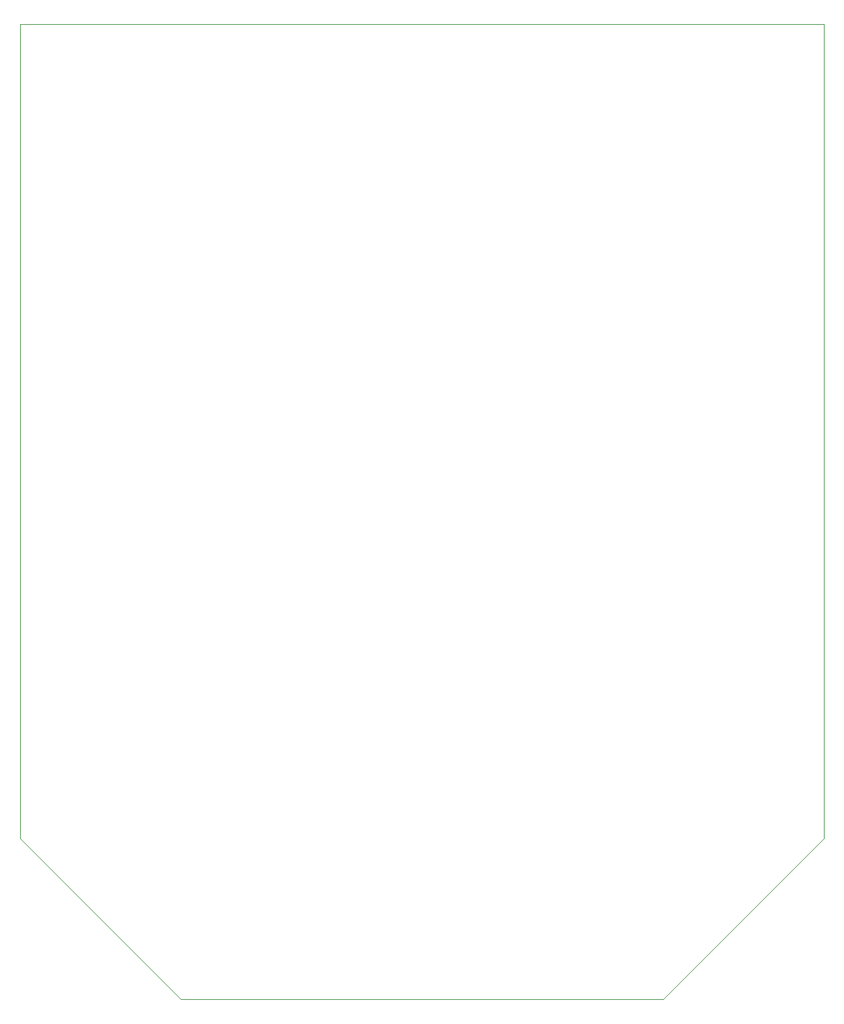
<source format=gbr>
%TF.GenerationSoftware,Altium Limited,Altium Designer,23.2.1 (34)*%
G04 Layer_Color=0*
%FSLAX26Y26*%
%MOIN*%
%TF.SameCoordinates,C295F6C5-B72E-4061-B5E5-0E097F681155*%
%TF.FilePolarity,Positive*%
%TF.FileFunction,Profile,NP*%
%TF.Part,Single*%
G01*
G75*
%TA.AperFunction,Profile*%
%ADD41C,0.001000*%
D41*
X-1200000D02*
X-2000000Y800000D01*
Y4850000D01*
X2000000D01*
Y800000D01*
X1200000Y0D01*
X-1200000D01*
%TF.MD5,83e6b40754c19e73e40381c10c4e2574*%
M02*

</source>
